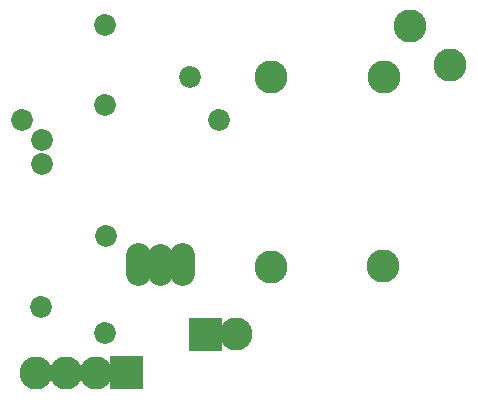
<source format=gbr>
%FSLAX34Y34*%
%MOMM*%
%LNSOLDERMASK_BOTTOM*%
G71*
G01*
%ADD10C, 2.10*%
%ADD11C, 1.85*%
%ADD12C, 2.80*%
%LPD*%
G54D10*
X380512Y-636316D02*
X380512Y-651316D01*
G54D10*
X362053Y-635916D02*
X362053Y-650916D01*
G54D10*
X399356Y-636112D02*
X399356Y-651112D01*
X406106Y-485062D02*
G54D11*
D03*
X333875Y-440738D02*
G54D11*
D03*
X333875Y-509000D02*
G54D11*
D03*
X430712Y-521575D02*
G54D11*
D03*
X264025Y-521575D02*
G54D11*
D03*
X280694Y-538244D02*
G54D11*
D03*
X280694Y-558881D02*
G54D11*
D03*
X279900Y-679531D02*
G54D11*
D03*
X474488Y-485188D02*
G54D12*
D03*
X474488Y-645525D02*
G54D12*
D03*
X569738Y-644731D02*
G54D12*
D03*
X570531Y-485188D02*
G54D12*
D03*
X591962Y-441531D02*
G54D12*
D03*
X626094Y-474869D02*
G54D12*
D03*
X334669Y-620000D02*
G54D11*
D03*
X334272Y-701359D02*
G54D11*
D03*
G36*
X365863Y-749409D02*
X337863Y-749409D01*
X337863Y-721409D01*
X365863Y-721409D01*
X365863Y-749409D01*
G37*
X326463Y-735409D02*
G54D12*
D03*
X301063Y-735409D02*
G54D12*
D03*
X275663Y-735409D02*
G54D12*
D03*
G36*
X433497Y-688866D02*
X433497Y-716866D01*
X405497Y-716866D01*
X405497Y-688866D01*
X433497Y-688866D01*
G37*
X444897Y-702866D02*
G54D12*
D03*
M02*

</source>
